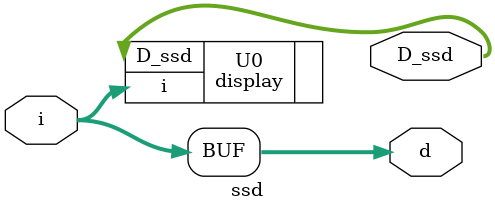
<source format=v>
`timescale 1ns / 1ps


module ssd(D_ssd, i, d);
output [3:0] d;
output [7:0] D_ssd;
input [3:0] i;

display U0(.D_ssd(D_ssd),.i(i));

assign d[0] = i[0];
assign d[1] = i[1];
assign d[2] = i[2];
assign d[3] = i[3];

endmodule

</source>
